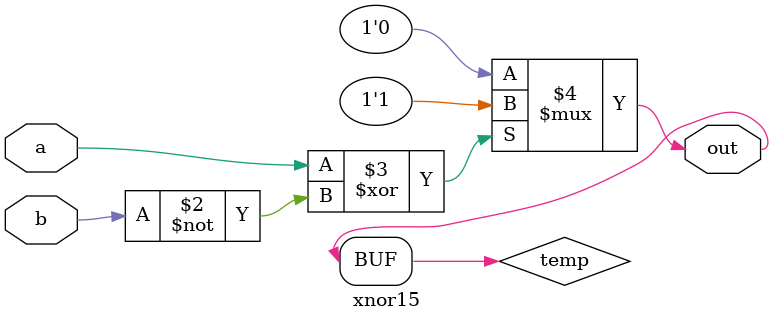
<source format=v>
module xnor15 (
    input wire a,
    input wire b,
    output wire out
);

    reg temp;
    always @(*) begin
        temp = (a ^ b == 1'b0) ? 1'b1 : 1'b0;
    end

    assign out = temp;
    
endmodule

</source>
